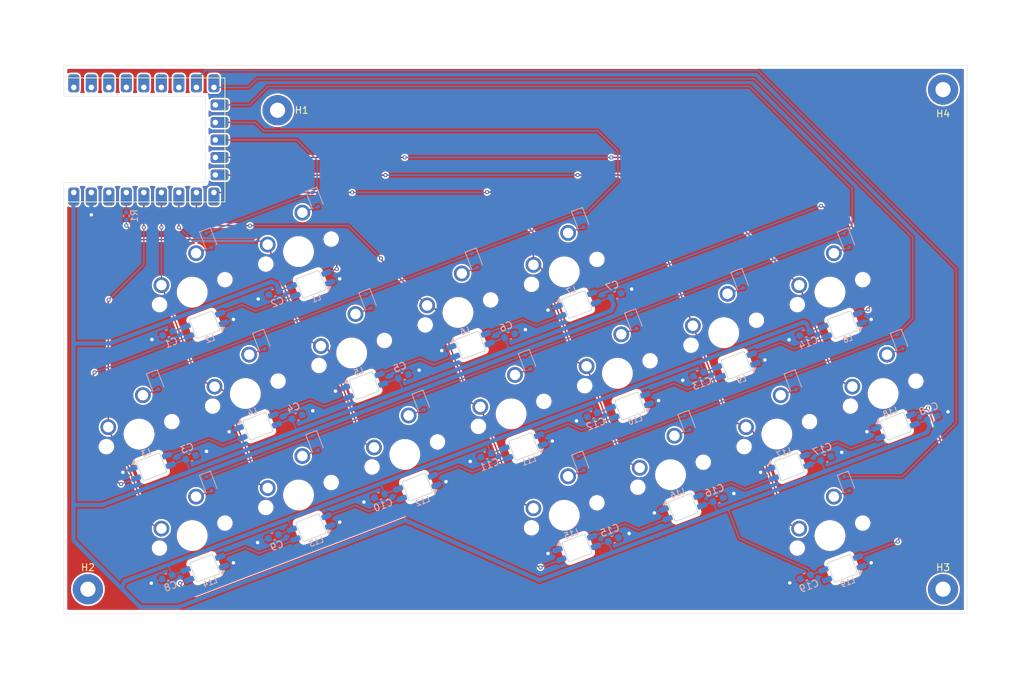
<source format=kicad_pcb>
(kicad_pcb (version 20241229) (generator "pcbnew") (generator_version "9.0")
  (layers (0 "F.Cu" signal) (2 "B.Cu" signal) (13 "F.Paste" user) (15 "B.Paste" user) (5 "F.SilkS" user "F.Silkscreen") (7 "B.SilkS" user "B.Silkscreen") (1 "F.Mask" user) (3 "B.Mask" user) (25 "Edge.Cuts" user))
  (net 0 "")
  (net 1 "Row 0")
  (net 2 "Net-(D1-A)")
  (net 3 "Net-(D2-A)")
  (net 4 "Row 1")
  (net 5 "Net-(D3-A)")
  (net 6 "Net-(D4-A)")
  (net 7 "Net-(D5-A)")
  (net 8 "Row 2")
  (net 9 "Net-(D6-A)")
  (net 10 "Net-(D7-A)")
  (net 11 "Net-(D8-A)")
  (net 12 "Net-(D9-A)")
  (net 13 "Net-(D10-A)")
  (net 14 "Net-(D11-A)")
  (net 15 "Net-(D12-A)")
  (net 16 "Row 3")
  (net 17 "Net-(D13-A)")
  (net 18 "Net-(D14-A)")
  (net 19 "Net-(D15-A)")
  (net 20 "Net-(D16-A)")
  (net 21 "Net-(D17-A)")
  (net 22 "Net-(D18-A)")
  (net 23 "Row 4")
  (net 24 "Net-(D19-A)")
  (net 25 "5V")
  (net 26 "GND")
  (net 27 "Col 5")
  (net 28 "Col 3")
  (net 29 "Col 4")
  (net 30 "Col 6")
  (net 31 "Col 0")
  (net 32 "Col 1")
  (net 33 "Col 2")
  (net 34 "LED")
  (net 42 "Net-(L1-DOUT)")
  (net 43 "Net-(L1-DIN)")
  (net 44 "Net-(L3-DOUT)")
  (net 45 "Net-(L4-DOUT)")
  (net 46 "Net-(L5-DOUT)")
  (net 47 "Net-(L6-DOUT)")
  (net 48 "Net-(L10-DOUT)")
  (net 49 "Net-(L10-DIN)")
  (net 50 "Net-(L15-DOUT)")
  (net 51 "Net-(L16-DOUT)")
  (net 52 "Net-(L17-DOUT)")
  (net 53 "Net-(L18-DOUT)")
  (net 55 "Net-(L2-DOUT)")
  (net 56 "Net-(L7-DOUT)")
  (net 57 "Net-(L8-DOUT)")
  (net 58 "Net-(L11-DOUT)")
  (net 59 "Net-(L12-DOUT)")
  (net 60 "Net-(L13-DOUT)")
  (net 61 "Net-(L14-DOUT)")
  (footprint "PCM_marbastlib-mx:SW_MX_16" (layer "F.Cu") (at 117.535849 69.506459 20.90515745)
    (property "Reference" "MX2")
    (property "Value" "MX_SW_solder")
  )
  (footprint "MountingHole:MountingHole_2.2mm_M2_Pad" (layer "F.Cu") (at 87 118.5)
    (property "Reference" "H2")
    (property "Value" "MountingHole")
  )
  (footprint "PCM_marbastlib-mx:SW_MX_16" (layer "F.Cu") (at 125.242772 84.22537 20.90515745)
    (property "Reference" "MX5")
    (property "Value" "MX_SW_solder")
  )
  (footprint "PCM_marbastlib-mx:SW_MX_16" (layer "F.Cu") (at 194.60507 110.71941 20.90515745)
    (property "Reference" "MX19")
    (property "Value" "MX_SW_solder")
  )
  (footprint "PCM_marbastlib-mx:SW_MX_16" (layer "F.Cu") (at 156.07046 107.775628 20.90515745)
    (property "Reference" "MX15")
    (property "Value" "MX_SW_solder")
  )
  (footprint "MountingHole:MountingHole_2.2mm_M2_Pad" (layer "F.Cu") (at 211 118.500001)
    (property "Reference" "H3")
    (property "Value" "MountingHole")
  )
  (footprint "PCM_marbastlib-mx:SW_MX_16" (layer "F.Cu") (at 117.535849 104.831846 20.90515745)
    (property "Reference" "MX9")
    (property "Value" "MX_SW_solder")
  )
  (footprint "MountingHole:MountingHole_2.2mm_M2_Pad" (layer "F.Cu") (at 211 46)
    (property "Reference" "H4")
    (property "Value" "MountingHole")
  )
  (footprint "MountingHole:MountingHole_2.2mm_M2_Pad" (layer "F.Cu") (at 114.5 49)
    (property "Reference" "H1")
    (property "Value" "MountingHole")
  )
  (footprint "PCM_marbastlib-mx:SW_MX_16" (layer "F.Cu") (at 186.89815 96.000498 20.90515745)
    (property "Reference" "MX17")
    (property "Value" "MX_SW_solder")
  )
  (footprint "PCM_marbastlib-mx:SW_MX_16" (layer "F.Cu") (at 179.191226 81.281588 20.90515745)
    (property "Reference" "MX13")
    (property "Value" "MX_SW_solder")
  )
  (footprint "PCM_marbastlib-mx:SW_MX_16" (layer "F.Cu") (at 148.363538 93.056717 20.90515745)
    (property "Reference" "MX11")
    (property "Value" "MX_SW_solder")
  )
  (footprint "RP2040_Zero_Footprints:RP2040-Zero" (layer "F.Cu") (at 107.808927 63.46426 90)
    (property "Reference" "RZ1")
    (property "Value" "RP2040-Zero" (hide yes))
  )
  (footprint "PCM_marbastlib-mx:SW_MX_16" (layer "F.Cu") (at 102.122006 110.71941 20.90515745)
    (property "Reference" "MX8")
    (property "Value" "MX_SW_solder")
  )
  (footprint "PCM_marbastlib-mx:SW_MX_16" (layer "F.Cu") (at 109.828926 90.112935 20.90515745)
    (property "Reference" "MX4")
    (property "Value" "MX_SW_solder")
  )
  (footprint "PCM_marbastlib-mx:SW_MX_16" (layer "F.Cu") (at 171.484304 101.888063 20.90515745)
    (property "Reference" "MX16")
    (property "Value" "MX_SW_solder")
  )
  (footprint "PCM_marbastlib-mx:SW_MX_16" (layer "F.Cu") (at 163.777382 87.169152 20.90515745)
    (property "Reference" "MX12")
    (property "Value" "MX_SW_solder")
  )
  (footprint "PCM_marbastlib-mx:SW_MX_16" (layer "F.Cu") (at 94.415084 96.000499 20.90515745)
    (property "Reference" "MX3")
    (property "Value" "MX_SW_solder")
  )
  (footprint "PCM_marbastlib-mx:SW_MX_16" (layer "F.Cu") (at 202.311992 90.112934 20.90515745)
    (property "Reference" "MX18")
    (property "Value" "MX_SW_solder")
  )
  (footprint "PCM_marbastlib-mx:SW_MX_16" (layer "F.Cu") (at 156.070459 72.450241 20.90515745)
    (property "Reference" "MX7")
    (property "Value" "MX_SW_solder")
  )
  (footprint "PCM_marbastlib-mx:SW_MX_16" (layer "F.Cu") (at 194.60507 75.394023 20.90515745)
    (property "Reference" "MX14")
    (property "Value" "MX_SW_solder")
  )
  (footprint "PCM_marbastlib-mx:SW_MX_16" (layer "F.Cu") (at 140.656616 78.337805 20.90515745)
    (property "Reference" "MX6")
    (property "Value" "MX_SW_solder")
  )
  (footprint "PCM_marbastlib-mx:SW_MX_16" (layer "F.Cu") (at 132.949694 98.944281 20.90515745)
    (property "Reference" "MX10")
    (property "Value" "MX_SW_solder")
  )
  (footprint "PCM_marbastlib-mx:SW_MX_16" (layer "F.Cu") (at 102.122006 75.394023 20.90515745)
    (property "Reference" "MX1")
    (property "Value" "MX_SW_solder")
  )
  (footprint "Capacitor_SMD:C_0603_1608Metric" (layer "B.Cu") (at 163.561375 75.829786 -159.0948426)
    (property "Reference" "C7")
    (property "Value" "C_Small")
  )
  (footprint "Diode_SMD:D_SOD-323F" (layer "B.Cu") (at 150.779531 85.518412 -69.09484255)
    (property "Reference" "D11" (hide yes))
    (property "Value" "D_Small")
  )
  (footprint "Keebio-Parts:SK6812-MINI-E" (layer "B.Cu") (at 103.934662 80.139619 -159.0948426)
    (property "Reference" "L2")
    (property "Value" "SK6812MINI" (hide yes))
    (fp_line (start 1.8 1.3) (end 1.8 -1.3) (stroke (width 0.12)) (layer "Edge.Cuts"))
    (fp_line (start 1.6 -1.5) (end -1.6 -1.5) (stroke (width 0.12)) (layer "Edge.Cuts"))
    (fp_line (start -1.6 1.5) (end 1.6 1.5) (stroke (width 0.12)) (layer "Edge.Cuts"))
    (fp_line (start -1.8 -1.3) (end -1.8 1.3) (stroke (width 0.12)) (layer "Edge.Cuts"))
    (fp_arc (start 1.8 1.3) (mid 1.741422 1.441421) (end 1.6 1.5) (stroke (width 0.12)) (layer "Edge.Cuts"))
    (fp_arc (start 1.6 -1.5) (mid 1.741421 -1.441421) (end 1.8 -1.3) (stroke (width 0.12)) (layer "Edge.Cuts"))
    (fp_arc (start -1.600001 1.5) (mid -1.741421 1.441421) (end -1.8 1.3) (stroke (width 0.12)) (layer "Edge.Cuts"))
    (fp_arc (start -1.8 -1.3) (mid -1.741422 -1.441421) (end -1.6 -1.5) (stroke (width 0.12)) (layer "Edge.Cuts"))
  )
  (footprint "Capacitor_SMD:C_0603_1608Metric" (layer "B.Cu") (at 175.54633 87.308933 20.90515745)
    (property "Reference" "C13")
    (property "Value" "C_Small")
  )
  (footprint "Diode_SMD:D_SOD-323F" (layer "B.Cu") (at 197.021062 67.855714 -69.09484255)
    (property "Reference" "D14" (hide yes))
    (property "Value" "D_Small")
  )
  (footprint "Capacitor_SMD:C_0603_1608Metric" (layer "B.Cu") (at 98.56597 81.387427 20.9051575)
    (property "Reference" "C1")
    (property "Value" "C_Small")
  )
  (footprint "Capacitor_SMD:C_0603_1608Metric" (layer "B.Cu") (at 194.019948 99.521032 -159.0948426)
    (property "Reference" "C17")
    (property "Value" "C_Small")
  )
  (footprint "Capacitor_SMD:C_0603_1608Metric" (layer "B.Cu") (at 129.304798 104.971626 20.90515745)
    (property "Reference" "C10")
    (property "Value" "C_Small")
  )
  (footprint "Diode_SMD:D_SOD-323F" (layer "B.Cu") (at 189.314141 88.462193 -69.09484255)
    (property "Reference" "D17" (hide yes))
    (property "Value" "D_Small")
  )
  (footprint "Diode_SMD:D_SOD-323F" (layer "B.Cu") (at 173.900296 94.349755 -69.09484255)
    (property "Reference" "D16" (hide yes))
    (property "Value" "D_Small")
  )
  (footprint "Diode_SMD:D_SOD-323F" (layer "B.Cu") (at 166.193374 79.630844 -69.09484255)
    (property "Reference" "D12" (hide yes))
    (property "Value" "D_Small")
  )
  (footprint "Capacitor_SMD:C_0603_1608Metric" (layer "B.Cu") (at 144.718642 99.084062 20.90515745)
    (property "Reference" "C11")
    (property "Value" "C_Small")
  )
  (footprint "Keebio-Parts:SK6812-MINI-E" (layer "B.Cu") (at 96.227742 100.746094 20.90515745)
    (property "Reference" "L3")
    (property "Value" "SK6812MINI" (hide yes))
    (fp_line (start -1.8 -1.3) (end -1.800001 1.3) (stroke (width 0.12)) (layer "Edge.Cuts"))
    (fp_line (start -1.6 1.5) (end 1.6 1.5) (stroke (width 0.12)) (layer "Edge.Cuts"))
    (fp_line (start 1.6 -1.5) (end -1.6 -1.5) (stroke (width 0.12)) (layer "Edge.Cuts"))
    (fp_line (start 1.8 1.3) (end 1.800001 -1.3) (stroke (width 0.12)) (layer "Edge.Cuts"))
    (fp_arc (start -1.8 -1.3) (mid -1.741422 -1.441421) (end -1.6 -1.5) (stroke (width 0.12)) (layer "Edge.Cuts"))
    (fp_arc (start -1.600001 1.5) (mid -1.741421 1.441421) (end -1.800001 1.3) (stroke (width 0.12)) (layer "Edge.Cuts"))
    (fp_arc (start 1.6 -1.5) (mid 1.741421 -1.441421) (end 1.800001 -1.3) (stroke (width 0.12)) (layer "Edge.Cuts"))
    (fp_arc (start 1.8 1.3) (mid 1.741422 1.441421) (end 1.6 1.5) (stroke (width 0.12)) (layer "Edge.Cuts"))
  )
  (footprint "Diode_SMD:D_SOD-323F" (layer "B.Cu") (at 181.607218 73.743279 -69.09484255)
    (property "Reference" "D13" (hide yes))
    (property "Value" "D_Small")
  )
  (footprint "Keebio-Parts:SK6812-MINI-E" (layer "B.Cu") (at 157.883117 112.521224 20.90515745)
    (property "Reference" "L15")
    (property "Value" "SK6812MINI" (hide yes))
    (fp_line (start -1.8 -1.3) (end -1.800001 1.3) (stroke (width 0.12)) (layer "Edge.Cuts"))
    (fp_line (start -1.6 1.5) (end 1.6 1.5) (stroke (width 0.12)) (layer "Edge.Cuts"))
    (fp_line (start 1.6 -1.5) (end -1.6 -1.5) (stroke (width 0.12)) (layer "Edge.Cuts"))
    (fp_line (start 1.8 1.3) (end 1.800001 -1.3) (stroke (width 0.12)) (layer "Edge.Cuts"))
    (fp_arc (start -1.8 -1.3) (mid -1.741422 -1.441421) (end -1.6 -1.5) (stroke (width 0.12)) (layer "Edge.Cuts"))
    (fp_arc (start -1.600001 1.5) (mid -1.741421 1.441421) (end -1.800001 1.3) (stroke (width 0.12)) (layer "Edge.Cuts"))
    (fp_arc (start 1.6 -1.5) (mid 1.741421 -1.441421) (end 1.800001 -1.3) (stroke (width 0.12)) (layer "Edge.Cuts"))
    (fp_arc (start 1.8 1.3) (mid 1.741422 1.441421) (end 1.6 1.5) (stroke (width 0.12)) (layer "Edge.Cuts"))
  )
  (footprint "Capacitor_SMD:C_0603_1608Metric" (layer "B.Cu") (at 113.890955 110.859194 20.90515745)
    (property "Reference" "C9")
    (property "Value" "C_Small")
  )
  (footprint "Capacitor_SMD:C_0603_1608Metric" (layer "B.Cu") (at 117.319843 93.492479 -159.0948426)
    (property "Reference" "C4")
    (property "Value" "C_Small")
  )
  (footprint "Diode_SMD:D_SOD-323F" (layer "B.Cu") (at 158.486452 100.237319 -69.09484255)
    (property "Reference" "D15" (hide yes))
    (property "Value" "D_Small")
  )
  (footprint "Diode_SMD:D_SOD-323F" (layer "B.Cu") (at 143.072609 70.799498 -69.09484255)
    (property "Reference" "D6" (hide yes))
    (property "Value" "D_Small")
  )
  (footprint "Keebio-Parts:SK6812-MINI-E" (layer "B.Cu") (at 134.762352 103.689876 -159.0948426)
    (property "Reference" "L12")
    (property "Value" "SK6812MINI" (hide yes))
    (fp_line (start 1.8 1.3) (end 1.8 -1.3) (stroke (width 0.12)) (layer "Edge.Cuts"))
    (fp_line (start 1.6 -1.5) (end -1.6 -1.5) (stroke (width 0.12)) (layer "Edge.Cuts"))
    (fp_line (start -1.6 1.5) (end 1.6 1.5) (stroke (width 0.12)) (layer "Edge.Cuts"))
    (fp_line (start -1.8 -1.3) (end -1.8 1.3) (stroke (width 0.12)) (layer "Edge.Cuts"))
    (fp_arc (start 1.8 1.3) (mid 1.741422 1.441421) (end 1.6 1.5) (stroke (width 0.12)) (layer "Edge.Cuts"))
    (fp_arc (start 1.6 -1.5) (mid 1.741421 -1.441421) (end 1.8 -1.3) (stroke (width 0.12)) (layer "Edge.Cuts"))
    (fp_arc (start -1.600001 1.5) (mid -1.741421 1.441421) (end -1.8 1.3) (stroke (width 0.12)) (layer "Edge.Cuts"))
    (fp_arc (start -1.8 -1.3) (mid -1.741422 -1.441421) (end -1.6 -1.5) (stroke (width 0.12)) (layer "Edge.Cuts"))
  )
  (footprint "Diode_SMD:D_SOD-323F" (layer "B.Cu") (at 119.951841 97.293537 -69.09484255)
    (property "Reference" "D9" (hide yes))
    (property "Value" "D_Small")
  )
  (footprint "Capacitor_SMD:C_0603_1608Metric" (layer "B.Cu") (at 160.132486 93.196497 20.90515745)
    (property "Reference" "C12")
    (property "Value" "C_Small")
  )
  (footprint "Keebio-Parts:SK6812-MINI-E" (layer "B.Cu") (at 157.883116 77.195838 20.90515745)
    (property "Reference" "L7")
    (property "Value" "SK6812MINI" (hide yes))
    (fp_line (start -1.8 -1.3) (end -1.800001 1.3) (stroke (width 0.12)) (layer "Edge.Cuts"))
    (fp_line (start -1.6 1.5) (end 1.6 1.5) (stroke (width 0.12)) (layer "Edge.Cuts"))
    (fp_line (start 1.6 -1.5) (end -1.6 -1.5) (stroke (width 0.12)) (layer "Edge.Cuts"))
    (fp_line (start 1.8 1.3) (end 1.800001 -1.3) (stroke (width 0.12)) (layer "Edge.Cuts"))
    (fp_arc (start -1.8 -1.3) (mid -1.741422 -1.441421) (end -1.6 -1.5) (stroke (width 0.12)) (layer "Edge.Cuts"))
    (fp_arc (start -1.600001 1.5) (mid -1.741421 1.441421) (end -1.800001 1.3) (stroke (width 0.12)) (layer "Edge.Cuts"))
    (fp_arc (start 1.6 -1.5) (mid 1.741421 -1.441421) (end 1.800001 -1.3) (stroke (width 0.12)) (layer "Edge.Cuts"))
    (fp_arc (start 1.8 1.3) (mid 1.741422 1.441421) (end 1.6 1.5) (stroke (width 0.12)) (layer "Edge.Cuts"))
  )
  (footprint "Keebio-Parts:SK6812-MINI-E" (layer "B.Cu") (at 204.124648 94.85853 20.90515745)
    (property "Reference" "L18")
    (property "Value" "SK6812MINI" (hide yes))
    (fp_line (start -1.8 -1.3) (end -1.800001 1.3) (stroke (width 0.12)) (layer "Edge.Cuts"))
    (fp_line (start -1.6 1.5) (end 1.6 1.5) (stroke (width 0.12)) (layer "Edge.Cuts"))
    (fp_line (start 1.6 -1.5) (end -1.6 -1.5) (stroke (width 0.12)) (layer "Edge.Cuts"))
    (fp_line (start 1.8 1.3) (end 1.800001 -1.3) (stroke (width 0.12)) (layer "Edge.Cuts"))
    (fp_arc (start -1.8 -1.3) (mid -1.741422 -1.441421) (end -1.6 -1.5) (stroke (width 0.12)) (layer "Edge.Cuts"))
    (fp_arc (start -1.600001 1.5) (mid -1.741421 1.441421) (end -1.800001 1.3) (stroke (width 0.12)) (layer "Edge.Cuts"))
    (fp_arc (start 1.6 -1.5) (mid 1.741421 -1.441421) (end 1.800001 -1.3) (stroke (width 0.12)) (layer "Edge.Cuts"))
    (fp_arc (start 1.8 1.3) (mid 1.741422 1.441421) (end 1.6 1.5) (stroke (width 0.12)) (layer "Edge.Cuts"))
  )
  (footprint "Diode_SMD:D_SOD-323F" (layer "B.Cu") (at 96.831076 88.462191 -69.09484255)
    (property "Reference" "D3" (hide yes))
    (property "Value" "D_Small")
  )
  (footprint "Capacitor_SMD:C_0603_1608Metric" (layer "B.Cu") (at 101.905999 99.380042 -159.0948426)
    (property "Reference" "C3")
    (property "Value" "C_Small")
  )
  (footprint "Keebio-Parts:SK6812-MINI-E" (layer "B.Cu") (at 181.003882 86.027183 -159.0948426)
    (property "Reference" "L9")
    (property "Value" "SK6812MINI" (hide yes))
    (fp_line (start 1.8 1.3) (end 1.8 -1.3) (stroke (width 0.12)) (layer "Edge.Cuts"))
    (fp_line (start 1.6 -1.5) (end -1.6 -1.5) (stroke (width 0.12)) (layer "Edge.Cuts"))
    (fp_line (start -1.6 1.5) (end 1.6 1.5) (stroke (width 0.12)) (layer "Edge.Cuts"))
    (fp_line (start -1.8 -1.3) (end -1.8 1.3) (stroke (width 0.12)) (layer "Edge.Cuts"))
    (fp_arc (start 1.8 1.3) (mid 1.741422 1.441421) (end 1.6 1.5) (stroke (width 0.12)) (layer "Edge.Cuts"))
    (fp_arc (start 1.6 -1.5) (mid 1.741421 -1.441421) (end 1.8 -1.3) (stroke (width 0.12)) (layer "Edge.Cuts"))
    (fp_arc (start -1.600001 1.5) (mid -1.741421 1.441421) (end -1.8 1.3) (stroke (width 0.12)) (layer "Edge.Cuts"))
    (fp_arc (start -1.8 -1.3) (mid -1.741422 -1.441421) (end -1.6 -1.5) (stroke (width 0.12)) (layer "Edge.Cuts"))
  )
  (footprint "Keebio-Parts:SK6812-MINI-E" (layer "B.Cu") (at 142.469272 83.083401 20.90515745)
    (property "Reference" "L6")
    (property "Value" "SK6812MINI" (hide yes))
    (fp_line (start -1.8 -1.3) (end -1.800001 1.3) (stroke (width 0.12)) (layer "Edge.Cuts"))
    (fp_line (start -1.6 1.5) (end 1.6 1.5) (stroke (width 0.12)) (layer "Edge.Cuts"))
    (fp_line (start 1.6 -1.5) (end -1.6 -1.5) (stroke (width 0.12)) (layer "Edge.Cuts"))
    (fp_line (start 1.8 1.3) (end 1.800001 -1.3) (stroke (width 0.12)) (layer "Edge.Cuts"))
    (fp_arc (start -1.8 -1.3) (mid -1.741422 -1.441421) (end -1.6 -1.5) (stroke (width 0.12)) (layer "Edge.Cuts"))
    (fp_arc (start -1.600001 1.5) (mid -1.741421 1.441421) (end -1.800001 1.3) (stroke (width 0.12)) (layer "Edge.Cuts"))
    (fp_arc (start 1.6 -1.5) (mid 1.741421 -1.441421) (end 1.800001 -1.3) (stroke (width 0.12)) (layer "Edge.Cuts"))
    (fp_arc (start 1.8 1.3) (mid 1.741422 1.441421) (end 1.6 1.5) (stroke (width 0.12)) (layer "Edge.Cuts"))
  )
  (footprint "Keebio-Parts:SK6812-MINI-E" (layer "B.Cu") (at 196.417727 80.139617 -159.0948426)
    (property "Reference" "L8")
    (property "Value" "SK6812MINI" (hide yes))
    (fp_line (start 1.8 1.3) (end 1.8 -1.3) (stroke (width 0.12)) (layer "Edge.Cuts"))
    (fp_line (start 1.6 -1.5) (end -1.6 -1.5) (stroke (width 0.12)) (layer "Edge.Cuts"))
    (fp_line (start -1.6 1.5) (end 1.6 1.5) (stroke (width 0.12)) (layer "Edge.Cuts"))
    (fp_line (start -1.8 -1.3) (end -1.8 1.3) (stroke (width 0.12)) (layer "Edge.Cuts"))
    (fp_arc (start 1.8 1.3) (mid 1.741422 1.441421) (end 1.6 1.5) (stroke (width 0.12)) (layer "Edge.Cuts"))
    (fp_arc (start 1.6 -1.5) (mid 1.741421 -1.441421) (end 1.8 -1.3) (stroke (width 0.12)) (layer "Edge.Cuts"))
    (fp_arc (start -1.600001 1.5) (mid -1.741421 1.441421) (end -1.8 1.3) (stroke (width 0.12)) (layer "Edge.Cuts"))
    (fp_arc (start -1.8 -1.3) (mid -1.741422 -1.441421) (end -1.6 -1.5) (stroke (width 0.12)) (layer "Edge.Cuts"))
  )
  (footprint "Diode_SMD:D_SOD-323F" (layer "B.Cu") (at 204.727984 82.574626 -69.09484255)
    (property "Reference" "D18" (hide yes))
    (property "Value" "D_Small")
  )
  (footprint "Keebio-Parts:SK6812-MINI-E" (layer "B.Cu") (at 127.055427 88.970967 20.90515745)
    (property "Reference" "L5")
    (property "Value" "SK6812MINI" (hide yes))
    (fp_line (start -1.8 -1.3) (end -1.800001 1.3) (stroke (width 0.12)) (layer "Edge.Cuts"))
    (fp_line (start -1.6 1.5) (end 1.6 1.5) (stroke (width 0.12)) (layer "Edge.Cuts"))
    (fp_line (start 1.6 -1.5) (end -1.6 -1.5) (stroke (width 0.12)) (layer "Edge.Cuts"))
    (fp_line (start 1.8 1.3) (end 1.800001 -1.3) (stroke (width 0.12)) (layer "Edge.Cuts"))
    (fp_arc (start -1.8 -1.3) (mid -1.741422 -1.441421) (end -1.6 -1.5) (stroke (width 0.12)) (layer "Edge.Cuts"))
    (fp_arc (start -1.600001 1.5) (mid -1.741421 1.441421) (end -1.800001 1.3) (stroke (width 0.12)) (layer "Edge.Cuts"))
    (fp_arc (start 1.6 -1.5) (mid 1.741421 -1.441421) (end 1.800001 -1.3) (stroke (width 0.12)) (layer "Edge.Cuts"))
    (fp_arc (start 1.8 1.3) (mid 1.741422 1.441421) (end 1.6 1.5) (stroke (width 0.12)) (layer "Edge.Cuts"))
  )
  (footprint "Keebio-Parts:SK6812-MINI-E" (layer "B.Cu") (at 119.348505 74.252057 -159.0948426)
    (property "Reference" "L1")
    (property "Value" "SK6812MINI" (hide yes))
    (fp_line (start 1.8 1.3) (end 1.8 -1.3) (stroke (width 0.12)) (layer "Edge.Cuts"))
    (fp_line (start 1.6 -1.5) (end -1.6 -1.5) (stroke (width 0.12)) (layer "Edge.Cuts"))
    (fp_line (start -1.6 1.5) (end 1.6 1.5) (stroke (width 0.12)) (layer "Edge.Cuts"))
    (fp_line (start -1.8 -1.3) (end -1.8 1.3) (stroke (width 0.12)) (layer "Edge.Cuts"))
    (fp_arc (start 1.8 1.3) (mid 1.741422 1.441421) (end 1.6 1.5) (stroke (width 0.12)) (layer "Edge.Cuts"))
    (fp_arc (start 1.6 -1.5) (mid 1.741421 -1.441421) (end 1.8 -1.3) (stroke (width 0.12)) (layer "Edge.Cuts"))
    (fp_arc (start -1.600001 1.5) (mid -1.741421 1.441421) (end -1.8 1.3) (stroke (width 0.12)) (layer "Edge.Cuts"))
    (fp_arc (start -1.8 -1.3) (mid -1.741422 -1.441421) (end -1.6 -1.5) (stroke (width 0.12)) (layer "Edge.Cuts"))
  )
  (footprint "Diode_SMD:D_SOD-323F" (layer "B.Cu") (at 112.244921 82.574626 -69.09484255)
    (property "Reference" "D4" (hide yes))
    (property "Value" "D_Small")
  )
  (footprint "Diode_SMD:D_SOD-323F" (layer "B.Cu") (at 197.021062 103.181101 -69.09484255)
    (property "Reference" "D19" (hide yes))
    (property "Value" "D_Small")
  )
  (footprint "Keebio-Parts:SK6812-MINI-E" (layer "B.Cu") (at 119.348509 109.577443 -159.0948426)
    (property "Reference" "L13")
    (property "Value" "SK6812MINI" (hide yes))
    (fp_line (start 1.8 1.3) (end 1.8 -1.3) (stroke (width 0.12)) (layer "Edge.Cuts"))
    (fp_line (start 1.6 -1.5) (end -1.6 -1.5) (stroke (width 0.12)) (layer "Edge.Cuts"))
    (fp_line (start -1.6 1.5) (end 1.6 1.5) (stroke (width 0.12)) (layer "Edge.Cuts"))
    (fp_line (start -1.8 -1.3) (end -1.8 1.3) (stroke (width 0.12)) (layer "Edge.Cuts"))
    (fp_arc (start 1.8 1.3) (mid 1.741422 1.441421) (end 1.6 1.5) (stroke (width 0.12)) (layer "Edge.Cuts"))
    (fp_arc (start 1.6 -1.5) (mid 1.741421 -1.441421) (end 1.8 -1.3) (stroke (width 0.12)) (layer "Edge.Cuts"))
    (fp_arc (start -1.600001 1.5) (mid -1.741421 1.441421) (end -1.8 1.3) (stroke (width 0.12)) (layer "Edge.Cuts"))
    (fp_arc (start -1.8 -1.3) (mid -1.741422 -1.441421) (end -1.6 -1.5) (stroke (width 0.12)) (layer "Edge.Cuts"))
  )
  (footprint "Diode_SMD:D_SOD-323F" (layer "B.Cu") (at 158.486452 64.911932 -69.09484255)
    (property "Reference" "D7" (hide yes))
    (property "Value" "D_Small")
  )
  (footprint "Capacitor_SMD:C_0603_1608Metric" (layer "B.Cu") (at 163.192263 111.29616 -159.0948426)
    (property "Reference" "C15")
    (property "Value" "C_Small")
  )
  (footprint "Keebio-Parts:SK6812-MINI-E" (layer "B.Cu") (at 173.29696 106.63366 20.90515745)
    (property "Reference" "L16")
    (property "Value" "SK6812MINI" (hide yes))
    (fp_line (start -1.8 -1.3) (end -1.800001 1.3) (stroke (width 0.12)) (layer "Edge.Cuts"))
    (fp_line (start -1.6 1.5) (end 1.6 1.5) (stroke (width 0.12)) (layer "Edge.Cuts"))
    (fp_line (start 1.6 -1.5) (end -1.6 -1.5) (stroke (width 0.12)) (layer "Edge.Cuts"))
    (fp_line (start 1.8 1.3) (end 1.800001 -1.3) (stroke (width 0.12)) (layer "Edge.Cuts"))
    (fp_arc (start -1.8 -1.3) (mid -1.741422 -1.441421) (end -1.6 -1.5) (stroke (width 0.12)) (layer "Edge.Cuts"))
    (fp_arc (start -1.600001 1.5) (mid -1.741421 1.441421) (end -1.800001 1.3) (stroke (width 0.12)) (layer "Edge.Cuts"))
    (fp_arc (start 1.6 -1.5) (mid 1.741421 -1.441421) (end 1.800001 -1.3) (stroke (width 0.12)) (layer "Edge.Cuts"))
    (fp_arc (start 1.8 1.3) (mid 1.741422 1.441421) (end 1.6 1.5) (stroke (width 0.12)) (layer "Edge.Cuts"))
  )
  (footprint "Diode_SMD:D_SOD-323F" (layer "B.Cu") (at 119.951842 61.96815 -69.09484255)
    (property "Reference" "D2" (hide yes))
    (property "Value" "D_Small")
  )
  (footprint "Capacitor_SMD:C_0603_1608Metric" (layer "B.Cu") (at 209.433795 93.633466 -159.0948426)
    (property "Reference" "C18")
    (property "Value" "C_Small")
  )
  (footprint "Capacitor_SMD:C_0603_1608Metric" (layer "B.Cu") (at 190.960173 81.421367 20.90515745)
    (property "Reference" "C14")
    (property "Value" "C_Small")
  )
  (footprint "Keebio-Parts:SK6812-MINI-E" (layer "B.Cu") (at 188.710805 100.746095 20.90515745)
    (property "Reference" "L17")
    (property "Value" "SK6812MINI" (hide yes))
    (fp_line (start -1.8 -1.3) (end -1.800001 1.3) (stroke (width 0.12)) (layer "Edge.Cuts"))
    (fp_line (start -1.6 1.5) (end 1.6 1.5) (stroke (width 0.12)) (layer "Edge.Cuts"))
    (fp_line (start 1.6 -1.5) (end -1.6 -1.5) (stroke (width 0.12)) (layer "Edge.Cuts"))
    (fp_line (start 1.8 1.3) (end 1.800001 -1.3) (stroke (width 0.12)) (layer "Edge.Cuts"))
    (fp_arc (start -1.8 -1.3) (mid -1.741422 -1.441421) (end -1.6 -1.5) (stroke (width 0.12)) (layer "Edge.Cuts"))
    (fp_arc (start -1.600001 1.5) (mid -1.741421 1.441421) (end -1.800001 1.3) (stroke (width 0.12)) (layer "Edge.Cuts"))
    (fp_arc (start 1.6 -1.5) (mid 1.741421 -1.441421) (end 1.800001 -1.3) (stroke (width 0.12)) (layer "Edge.Cuts"))
    (fp_arc (start 1.8 1.3) (mid 1.741422 1.441421) (end 1.6 1.5) (stroke (width 0.12)) (layer "Edge.Cuts"))
  )
  (footprint "Keebio-Parts:SK6812-MINI-E" (layer "B.Cu") (at 103.934664 115.465005 -159.0948426)
    (property "Reference" "L14")
    (property "Value" "SK6812MINI" (hide yes))
    (fp_line (start 1.8 1.3) (end 1.8 -1.3) (stroke (width 0.12)) (layer "Edge.Cuts"))
    (fp_line (start 1.6 -1.5) (end -1.6 -1.5) (stroke (width 0.12)) (layer "Edge.Cuts"))
    (fp_line (start -1.6 1.5) (end 1.6 1.5) (stroke (width 0.12)) (layer "Edge.Cuts"))
    (fp_line (start -1.8 -1.3) (end -1.8 1.3) (stroke (width 0.12)) (layer "Edge.Cuts"))
    (fp_arc (start 1.8 1.3) (mid 1.741422 1.441421) (end 1.6 1.5) (stroke (width 0.12)) (layer "Edge.Cuts"))
    (fp_arc (start 1.6 -1.5) (mid 1.741421 -1.441421) (end 1.8 -1.3) (stroke (width 0.12)) (layer "Edge.Cuts"))
    (fp_arc (start -1.600001 1.5) (mid -1.741421 1.441421) (end -1.8 1.3) (stroke (width 0.12)) (layer "Edge.Cuts"))
    (fp_arc (start -1.8 -1.3) (mid -1.741422 -1.441421) (end -1.6 -1.5) (stroke (width 0.12)) (layer "Edge.Cuts"))
  )
  (footprint "Diode_SMD:D_SOD-323F" (layer "B.Cu") (at 104.537998 103.181102 -69.09484255)
    (property "Reference" "D8" (hide yes))
    (property "Value" "D_Small")
  )
  (footprint "Capacitor_SMD:C_0603_1608Metric" (layer "B.Cu") (at 98.47711 116.746755 20.90515745)
    (property "Reference" "C8")
    (property "Value" "C_Small")
  )
  (footprint "Resistor_SMD:R_0402_1005Metric" (layer "B.Cu") (at 92.568927 64.33426 90)
    (property "Reference" "R1")
    (property "Value" "220R")
  )
  (footprint "Capacitor_SMD:C_0603_1608Metric" (layer "B.Cu") (at 113.979813 75.499865 20.90515745)
    (property "Reference" "C2")
    (property "Value" "C_Small")
  )
  (footprint "Keebio-Parts:SK6812-MINI-E" (layer "B.Cu") (at 165.590038 91.914748 -159.0948426)
    (property "Reference" "L10")
    (property "Value" "SK6812MINI" (hide yes))
    (fp_line (start 1.8 1.3) (end 1.8 -1.3) (stroke (width 0.12)) (layer "Edge.Cuts"))
    (fp_line (start 1.6 -1.5) (end -1.6 -1.5) (stroke (width 0.12)) (layer "Edge.Cuts"))
    (fp_line (start -1.6 1.5) (end 1.6 1.5) (stroke (width 0.12)) (layer "Edge.Cuts"))
    (fp_line (start -1.8 -1.3) (end -1.8 1.3) (stroke (width 0.12)) (layer "Edge.Cuts"))
    (fp_arc (start 1.8 1.3) (mid 1.741422 1.441421) (end 1.6 1.5) (stroke (width 0.12)) (layer "Edge.Cuts"))
    (fp_arc (start 1.6 -1.5) (mid 1.741421 -1.441421) (end 1.8 -1.3) (stroke (width 0.12)) (layer "Edge.Cuts"))
    (fp_arc (start -1.600001 1.5) (mid -1.741421 1.441421) (end -1.8 1.3) (stroke (width 0.12)) (layer "Edge.Cuts"))
    (fp_arc (start -1.8 -1.3) (mid -1.741422 -1.441421) (end -1.6 -1.5) (stroke (width 0.12)) (layer "Edge.Cuts"))
  )
  (footprint "Capacitor_SMD:C_0603_1608Metric" (layer "B.Cu") (at 178.372564 105.497801 -159.0948426)
    (property "Reference" "C16")
    (property "Value" "C_Small")
  )
  (footprint "Keebio-Parts:SK6812-MINI-E" (layer "B.Cu") (at 111.641584 94.858531 20.90515745)
    (property "Reference" "L4")
    (property "Value" "SK6812MINI" (hide yes))
    (fp_line (start -1.8 -1.3) (end -1.800001 1.3) (stroke (width 0.12)) (layer "Edge.Cuts"))
    (fp_line (start -1.6 1.5) (end 1.6 1.5) (stroke (width 0.12)) (layer "Edge.Cuts"))
    (fp_line (start 1.6 -1.5) (end -1.6 -1.5) (stroke (width 0.12)) (layer "Edge.Cuts"))
    (fp_line (start 1.8 1.3) (end 1.800001 -1.3) (stroke (width 0.12)) (layer "Edge.Cuts"))
    (fp_arc (start -1.8 -1.3) (mid -1.741422 -1.441421) (end -1.6 -1.5) (stroke (width 0.12)) (layer "Edge.Cuts"))
    (fp_arc (start -1.600001 1.5) (mid -1.741421 1.441421) (end -1.800001 1.3) (stroke (width 0.12)) (layer "Edge.Cuts"))
    (fp_arc (start 1.6 -1.5) (mid 1.741421 -1.441421) (end 1.800001 -1.3) (stroke (width 0.12)) (layer "Edge.Cuts"))
    (fp_arc (start 1.8 1.3) (mid 1.741422 1.441421) (end 1.6 1.5) (stroke (width 0.12)) (layer "Edge.Cuts"))
  )
  (footprint "Keebio-Parts:SK6812-MINI-E" (layer "B.Cu") (at 196.417728 115.465005 -159.0948426)
    (property "Reference" "L19")
    (property "Value" "SK6812MINI" (hide yes))
    (fp_line (start 1.8 1.3) (end 1.8 -1.3) (stroke (width 0.12)) (layer "Edge.Cuts"))
    (fp_line (start 1.6 -1.5) (end -1.6 -1.5) (stroke (width 0.12)) (layer "Edge.Cuts"))
    (fp_line (start -1.6 1.5) (end 1.6 1.5) (stroke (width 0.12)) (layer "Edge.Cuts"))
    (fp_line (start -1.8 -1.3) (end -1.8 1.3) (stroke (width 0.12)) (layer "Edge.Cuts"))
    (fp_arc (start 1.8 1.3) (mid 1.741422 1.441421) (end 1.6 1.5) (stroke (width 0.12)) (layer "Edge.Cuts"))
    (fp_arc (start 1.6 -1.5) (mid 1.741421 -1.441421) (end 1.8 -1.3) (stroke (width 0.12)) (layer "Edge.Cuts"))
    (fp_arc (start -1.600001 1.5) (mid -1.741421 1.441421) (end -1.8 1.3) (stroke (width 0.12)) (layer "Edge.Cuts"))
    (fp_arc (start -1.8 -1.3) (mid -1.741422 -1.441421) (end -1.6 -1.5) (stroke (width 0.12)) (layer "Edge.Cuts"))
  )
  (footprint "Diode_SMD:D_SOD-323F" (layer "B.Cu") (at 104.537998 67.855715 -69.09484255)
    (property "Reference" "D1" (hide yes))
    (property "Value" "D_Small")
  )
  (footprint "Keebio-Parts:SK6812-MINI-E" (layer "B.Cu") (at 150.176194 97.802312 -159.0948426)
    (property "Reference" "L11")
    (property "Value" "SK6812MINI" (hide yes))
    (fp_line (start 1.8 1.3) (end 1.8 -1.3) (stroke (width 0.12)) (layer "Edge.Cuts"))
    (fp_line (start 1.6 -1.5) (end -1.6 -1.5) (stroke (width 0.12)) (layer "Edge.Cuts"))
    (fp_line (start -1.6 1.5) (end 1.6 1.5) (stroke (width 0.12)) (layer "Edge.Cuts"))
    (fp_line (start -1.8 -1.3) (end -1.8 1.3) (stroke (width 0.12)) (layer "Edge.Cuts"))
    (fp_arc (start 1.8 1.3) (mid 1.741422 1.441421) (end 1.6 1.5) (stroke (width 0.12)) (layer "Edge.Cuts"))
    (fp_arc (start 1.6 -1.5) (mid 1.741421 -1.441421) (end 1.8 -1.3) (stroke (width 0.12)) (layer "Edge.Cuts"))
    (fp_arc (start -1.600001 1.5) (mid -1.741421 1.441421) (end -1.8 1.3) (stroke (width 0.12)) (layer "Edge.Cuts"))
    (fp_arc (start -1.8 -1.3) (mid -1.741422 -1.441421) (end -1.6 -1.5) (stroke (width 0.12)) (layer "Edge.Cuts"))
  )
  (footprint "Diode_SMD:D_SOD-323F" (layer "B.Cu") (at 135.365686 91.405973 -69.09484255)
    (property "Reference" "D10" (hide yes))
    (property "Value" "D_Small")
  )
  (footprint "Capacitor_SMD:C_0603_1608Metric" (layer "B.Cu") (at 191.058148 116.709332 20.90515745)
    (property "Reference" "C19")
    (property "Value" "C_Small")
  )
  (footprint "Capacitor_SMD:C_0603_1608Metric" (layer "B.Cu") (at 132.733687 87.604914 -159.0948426)
    (property "Reference" "C5")
    (property "Value" "C_Small")
  )
  (footprint "Diode_SMD:D_SOD-323F" (layer "B.Cu") (at 127.658764 76.687061 -69.09484255)
    (property "Reference" "D5" (hide yes))
    (property "Value" "D_Small")
  )
  (footprint "Capacitor_SMD:C_0603_1608Metric" (layer "B.Cu") (at 148.147531 81.717349 -159.0948426)
    (property "Reference" "C6")
    (property "Value" "C_Small")
  )
  (gr_line (start 83.5 42.5) (end 214.5 42.500001) (stroke (width 0.05)) (layer "Edge.Cuts"))
  (gr_line (start 83.5 42.5) (end 83.5 47) (stroke (width 0.05)) (layer "Edge.Cuts"))
  (gr_line (start 83.5 122) (end 214.5 122) (stroke (width 0.05)) (layer "Edge.Cuts"))
  (gr_line (start 83.5 47) (end 104 47) (stroke (width 0.05)) (layer "Edge.Cuts"))
  (gr_line (start 104 59.5) (end 83.5 59.5) (stroke (width 0.05)) (layer "Edge.Cuts"))
  (gr_line (start 83.5 59.5) (end 83.5 122) (stroke (width 0.05)) (layer "Edge.Cuts"))
  (gr_line (start 214.5 42.500001) (end 214.5 122) (stroke (width 0.05)) (layer "Edge.Cuts"))
  (gr_line (start 104 47) (end 104 59.5) (stroke (width 0.05)) (layer "Edge.Cuts"))
  (segment (start 102.728927 44.534073) (end 102.728927 45.262114) (width 0.2) (layer "B.Cu") (net 1))
  (segment (start 212.91 72.002) (end 184.127 43.219) (width 0.2) (layer "B.Cu") (net 1))
  (segment (start 102.728927 45.262114) (end 102.728926 45.684261) (width 0.2) (layer "B.Cu") (net 1))
  (segment (start 102.728927 45.262114) (end 102.728927 45.68426) (width 0.2) (layer "B.Cu") (net 1))
  (segment (start 212.91 94.382) (end 212.91 72.002) (width 0.2) (layer "B.Cu") (net 1))
  (segment (start 104.044 43.219) (end 102.728927 44.534073) (width 0.2) (layer "B.Cu") (net 1))
  (segment (start 184.127 43.219) (end 104.044 43.219) (width 0.2) (layer "B.Cu") (net 1))
  (segment (start 196.628558 102.153511) (end 205.138489 102.153511) (width 0.2) (layer "B.Cu") (net 1))
  (segment (start 205.138489 102.153511) (end 212.91 94.382) (width 0.2) (layer "B.Cu") (net 1))
  (segment (start 102.682149 69.742099) (end 104.930502 68.883304) (width 0.2) (layer "B.Cu") (net 2))
  (segment (start 120.344344 62.995744) (end 120.344346 62.99574) (width 0.2) (layer "B.Cu") (net 3))
  (segment (start 118.095994 63.854537) (end 120.344344 62.995744) (width 0.2) (layer "B.Cu") (net 3))
  (segment (start 158.093948 99.20973) (end 204.335479 81.547036) (width 0.2) (layer "B.Cu") (net 4))
  (segment (start 183.613 44.444) (end 111.55 44.443999) (width 0.2) (layer "B.Cu") (net 4))
  (segment (start 204.35459 81.504304) (end 204.335479 81.547036) (width 0.2) (layer "B.Cu") (net 4))
  (segment (start 111.55 44.443999) (end 110.30974 45.68426) (width 0.2) (layer "B.Cu") (net 4))
  (segment (start 110.30974 45.68426) (end 105.268927 45.68426) (width 0.2) (layer "B.Cu") (net 4))
  (segment (start 206.596 67.427) (end 183.613 44.444) (width 0.2) (layer "B.Cu") (net 4))
  (segment (start 204.33548 81.547036) (end 206.596 79.286516) (width 0.2) (layer "B.Cu") (net 4))
  (segment (start 206.596 79.286516) (end 206.596 67.427) (width 0.2) (layer "B.Cu") (net 4))
  (segment (start 94.975227 90.348576) (end 97.223581 89.489781) (width 0.2) (layer "B.Cu") (net 5))
  (segment (start 110.389071 84.46101) (end 112.637425 83.602215) (width 0.2) (layer "B.Cu") (net 6))
  (segment (start 128.051267 77.714652) (end 128.051268 77.714651) (width 0.2) (layer "B.Cu") (net 7))
  (segment (start 125.802914 78.573447) (end 128.051267 77.714652) (width 0.2) (layer "B.Cu") (net 7))
  (segment (start 182.982 45.550001) (end 113.126 45.55) (width 0.2) (layer "B.Cu") (net 8))
  (segment (start 196.628558 66.828124) (end 197.821 65.635682) (width 0.2) (layer "B.Cu") (net 8))
  (segment (start 113.126 45.55) (end 110.451739 48.22426) (width 0.2) (layer "B.Cu") (net 8))
  (segment (start 110.451739 48.22426) (end 105.478927 48.22426) (width 0.2) (layer "B.Cu") (net 8))
  (segment (start 197.821 65.635682) (end 197.821 60.389) (width 0.2) (layer "B.Cu") (net 8))
  (segment (start 104.145494 102.153512) (end 196.628558 66.828125) (width 0.2) (layer "B.Cu") (net 8))
  (segment (start 197.821 60.389) (end 182.982 45.550001) (width 0.2) (layer "B.Cu") (net 8))
  (segment (start 141.216759 72.685881) (end 143.465113 71.827086) (width 0.2) (layer "B.Cu") (net 9))
  (segment (start 156.630602 66.798317) (end 158.878956 65.939522) (width 0.2) (layer "B.Cu") (net 10))
  (segment (start 102.682148 105.067486) (end 104.930502 104.208691) (width 0.2) (layer "B.Cu") (net 11))
  (segment (start 118.095992 99.179923) (end 120.344346 98.321128) (width 0.2) (layer "B.Cu") (net 12))
  (segment (start 133.509836 93.292357) (end 135.75819 92.433562) (width 0.2) (layer "B.Cu") (net 13))
  (segment (start 148.923682 87.404796) (end 151.172035 86.546001) (width 0.2) (layer "B.Cu") (net 14))
  (segment (start 164.337525 81.517228) (end 166.585878 80.658433) (width 0.2) (layer "B.Cu") (net 15))
  (segment (start 159.319658 63.884342) (end 163.838 59.366) (width 0.2) (layer "B.Cu") (net 16))
  (segment (start 98.111405 86.795637) (end 98.111405 86.795635) (width 0.2) (layer "B.Cu") (net 16))
  (segment (start 163.838 59.366) (end 163.838 54.892) (width 0.2) (layer "B.Cu") (net 16))
  (segment (start 160.949 52.003) (end 112.517 52.003) (width 0.2) (layer "B.Cu") (net 16))
  (segment (start 111.27826 50.76426) (end 105.478927 50.76426) (width 0.2) (layer "B.Cu") (net 16))
  (segment (start 163.838 54.892) (end 160.949 52.003) (width 0.2) (layer "B.Cu") (net 16))
  (segment (start 96.438572 87.434602) (end 98.111405 86.795637) (width 0.2) (layer "B.Cu") (net 16))
  (segment (start 158.093948 63.884342) (end 159.319658 63.884342) (width 0.2) (layer "B.Cu") (net 16))
  (segment (start 112.517 52.003) (end 111.27826 50.76426) (width 0.2) (layer "B.Cu") (net 16))
  (segment (start 98.111405 86.795635) (end 158.394771 63.769438) (width 0.2) (layer "B.Cu") (net 16))
  (segment (start 181.99972 74.770874) (end 181.999722 74.770869) (width 0.2) (layer "B.Cu") (net 17))
  (segment (start 179.751369 75.629667) (end 181.99972 74.770874) (width 0.2) (layer "B.Cu") (net 17))
  (segment (start 195.165213 69.742099) (end 197.413567 68.883304) (width 0.2) (layer "B.Cu") (net 18))
  (segment (start 156.630603 102.123705) (end 158.878955 101.264911) (width 0.2) (layer "B.Cu") (net 19))
  (segment (start 158.878955 101.264911) (end 158.878956 101.264909) (width 0.2) (layer "B.Cu") (net 19))
  (segment (start 172.044447 96.236139) (end 174.2928 95.377344) (width 0.2) (layer "B.Cu") (net 20))
  (segment (start 187.458291 90.348577) (end 189.706645 89.489783) (width 0.2) (layer "B.Cu") (net 21))
  (segment (start 202.872135 84.46101) (end 205.120488 83.602215) (width 0.2) (layer "B.Cu") (net 22))
  (segment (start 117.30026 53.30426) (end 105.478927 53.30426) (width 0.2) (layer "B.Cu") (net 23))
  (segment (start 119.559338 60.94056) (end 120.228 60.271898) (width 0.2) (layer "B.Cu") (net 23))
  (segment (start 120.228 56.232) (end 117.30026 53.30426) (width 0.2) (layer "B.Cu") (net 23))
  (segment (start 120.228 60.271898) (end 120.228 56.232) (width 0.2) (layer "B.Cu") (net 23))
  (segment (start 104.145493 66.828125) (end 104.164604 66.785393) (width 0.2) (layer "B.Cu") (net 23))
  (segment (start 104.164604 66.785393) (end 119.578448 60.897829) (width 0.2) (layer "B.Cu") (net 23))
  (segment (start 197.413566 104.208692) (end 197.413566 104.208691) (width 0.2) (layer "B.Cu") (net 24))
  (segment (start 195.165213 105.067487) (end 197.413566 104.208692) (width 0.2) (layer "B.Cu") (net 24))
  (segment (start 117.195998 95.340199) (end 117.094962 95.566123) (width 0.2) (layer "B.Cu") (net 25))
  (segment (start 176.063488 106.37979) (end 177.64858 105.774338) (width 0.2) (layer "B.Cu") (net 25))
  (segment (start 130.028781 104.695089) (end 129.500327 103.311579) (width 0.2) (layer "B.Cu") (net 25))
  (segment (start 100.092961 121.102944) (end 94.602944 121.102944) (width 0.6) (layer "B.Cu") (net 25))
  (segment (start 101.681118 101.453688) (end 117.094962 95.566123) (width 0.6) (layer "B.Cu") (net 25))
  (segment (start 162.951226 113.215406) (end 178.215602 107.384933) (width 0.6) (layer "B.Cu") (net 25))
  (segment (start 191.477334 100.492228) (end 191.477333 100.492227) (width 0.2) (layer "B.Cu") (net 25))
  (segment (start 190.816331 79.735732) (end 175.564007 85.561602) (width 0.6) (layer "B.Cu") (net 25))
  (segment (start 129.500327 103.311579) (end 129.313133 103.227863) (width 0.2) (layer "B.Cu") (net 25))
  (segment (start 114.408112 94.604661) (end 116.595859 93.769016) (width 0.2) (layer "B.Cu") (net 25))
  (segment (start 115.861051 108.366101) (end 92.312244 117.360945) (width 0.6) (layer "B.Cu") (net 25))
  (segment (start 89.069791 106.270786) (end 101.681118 101.453688) (width 0.6) (layer "B.Cu") (net 25))
  (segment (start 148.023686 83.56507) (end 147.92265 83.790994) (width 0.2) (layer "B.Cu") (net 25))
  (segment (start 152.497837 117.208245) (end 133.054301 108.512832) (width 0.6) (layer "B.Cu") (net 25))
  (segment (start 84.9 60.973187) (end 84.948927 60.92426) (width 0.6) (layer "B.Cu") (net 25))
  (segment (start 84.900786 106.270786) (end 89.069791 106.270786) (width 0.6) (layer "B.Cu") (net 25))
  (segment (start 191.782132 116.432795) (end 191.475942 115.631182) (width 0.2) (layer "B.Cu") (net 25))
  (segment (start 129.821955 88.717097) (end 132.009703 87.881451) (width 0.2) (layer "B.Cu") (net 25))
  (segment (start 179.87999 107.006105) (end 179.570152 106.867541) (width 0.2) (layer "B.Cu") (net 25))
  (segment (start 208.641596 95.763238) (end 209.060175 94.827267) (width 0.6) (layer "B.Cu") (net 25))
  (segment (start 133.054301 108.512832) (end 100.092961 121.102944) (width 0.6) (layer "B.Cu") (net 25))
  (segment (start 206.891175 94.60466) (end 208.709811 93.910003) (width 0.2) (layer "B.Cu") (net 25))
  (segment (start 178.215602 107.384933) (end 179.570152 106.867541) (width 0.6) (layer "B.Cu") (net 25))
  (segment (start 116.055544 108.453081) (end 115.861051 108.366101) (width 0.2) (layer "B.Cu") (net 25))
  (segment (start 163.259119 77.21042) (end 162.837392 76.106323) (width 0.6) (layer "B.Cu") (net 25))
  (segment (start 129.313133 103.227863) (end 115.861051 108.366101) (width 0.6) (layer "B.Cu") (net 25))
  (segment (start 116.595859 93.769016) (end 117.195998 95.340199) (width 0.2) (layer "B.Cu") (net 25))
  (segment (start 191.684157 81.14483) (end 191.21383 79.913499) (width 0.6) (layer "B.Cu") (net 25))
  (segment (start 131.995824 103.943746) (end 130.028781 104.695089) (width 0.2) (layer "B.Cu") (net 25))
  (segment (start 147.409666 98.056182) (end 145.442625 98.807525) (width 0.2) (layer "B.Cu") (net 25))
  (segment (start 181.464281 111.153831) (end 179.87999 107.006105) (width 0.2) (layer "B.Cu") (net 25))
  (segment (start 178.237354 86.281053) (end 176.270313 87.032396) (width 0.2) (layer "B.Cu") (net 25))
  (segment (start 191.475942 115.631182) (end 181.464281 111.153831) (width 0.2) (layer "B.Cu") (net 25))
  (segment (start 178.241583 107.326839) (end 178.215602 107.384933) (width 0.2) (layer "B.Cu") (net 25))
  (segment (start 92.312244 117.360945) (end 91.870704 118.348258) (width 0.6) (layer "B.Cu") (net 25))
  (segment (start 116.581981 109.831313) (end 116.055544 108.453081) (width 0.2) (layer "B.Cu") (net 25))
  (segment (start 90.179336 82.831953) (end 84.988047 82.831953) (width 0.6) (layer "B.Cu") (net 25))
  (segment (start 99.289954 81.11089) (end 98.71258 79.599305) (width 0.2) (layer "B.Cu") (net 25))
  (segment (start 94.602944 121.102944) (end 84.9 111.4) (width 0.6) (layer "B.Cu") (net 25))
  (segment (start 99.201094 116.470218) (end 101.168136 115.718875) (width 0.2) (layer "B.Cu") (net 25))
  (segment (start 162.82351 92.168617) (end 160.856469 92.91996) (width 0.2) (layer "B.Cu") (net 25))
  (segment (start 163.029168 113.041122) (end 162.951226 113.215406) (width 0.2) (layer "B.Cu") (net 25))
  (segment (start 147.92265 83.790994) (end 162.869407 78.081841) (width 0.6) (layer "B.Cu") (net 25))
  (segment (start 193.295965 99.79757) (end 193.856854 101.265997) (width 0.2) (layer "B.Cu") (net 25))
  (segment (start 114.304832 74.178826) (end 113.627063 73.875718) (width 0.6) (layer "B.Cu") (net 25))
  (segment (start 144.736319 97.336731) (end 129.313133 103.227863) (width 0.6) (layer "B.Cu") (net 25))
  (segment (start 98.994269 100.492224) (end 101.018535 99.719023) (width 0.2) (layer "B.Cu") (net 25))
  (segment (start 162.869407 78.081841) (end 163.259119 77.21042) (width 0.6) (layer "B.Cu") (net 25))
  (segment (start 147.423547 81.993886) (end 148.023686 83.56507) (width 0.2) (layer "B.Cu") (net 25))
  (segment (start 193.132484 99.860013) (end 193.132488 99.860015) (width 0.2) (layer "B.Cu") (net 25))
  (segment (start 179.570152 106.867541) (end 193.778913 101.440277) (width 0.6) (layer "B.Cu") (net 25))
  (segment (start 113.627063 73.875718) (end 90.179336 82.831953) (width 0.6) (layer "B.Cu") (net 25))
  (segment (start 193.778913 101.440277) (end 208.641596 95.763238) (width 0.6) (layer "B.Cu") (net 25))
  (segment (start 193.856854 101.265997) (end 193.778913 101.440277) (width 0.2) (layer "B.Cu") (net 25))
  (segment (start 132.609842 89.452635) (end 132.508806 89.678559) (width 0.2) (layer "B.Cu") (net 25))
  (segment (start 160.649645 112.267354) (end 162.46828 111.572697) (width 0.2) (layer "B.Cu") (net 25))
  (segment (start 209.060175 94.827267) (end 208.709811 93.910003) (width 0.6) (layer "B.Cu") (net 25))
  (segment (start 176.270313 87.032396) (end 175.738291 85.639544) (width 0.2) (layer "B.Cu") (net 25))
  (segment (start 145.442625 98.807525) (end 144.910603 97.414673) (width 0.2) (layer "B.Cu") (net 25))
  (segment (start 114.703796 75.223328) (end 114.304832 74.178826) (width 0.6) (layer "B.Cu") (net 25))
  (segment (start 101.182015 99.656579) (end 101.782154 101.227764) (width 0.2) (layer "B.Cu") (net 25))
  (segment (start 144.910603 97.414673) (end 144.736319 97.336731) (width 0.2) (layer "B.Cu") (net 25))
  (segment (start 160.122138 91.459871) (end 144.736319 97.336731) (width 0.6) (layer "B.Cu") (net 25))
  (segment (start 177.64858 105.774338) (end 178.241583 107.326839) (width 0.2) (layer "B.Cu") (net 25))
  (segment (start 162.951226 113.215406) (end 152.497837 117.208245) (width 0.6) (layer "B.Cu") (net 25))
  (segment (start 84.9 111.4) (end 84.9 60.973187) (width 0.6) (layer "B.Cu") (net 25))
  (segment (start 191.477333 100.492225) (end 193.295965 99.79757) (width 0.2) (layer "B.Cu") (net 25))
  (segment (start 132.009703 87.881451) (end 132.609842 89.452635) (width 0.2) (layer "B.Cu") (net 25))
  (segment (start 160.856469 92.91996) (end 160.335152 91.555133) (width 0.2) (layer "B.Cu") (net 25))
  (segment (start 191.21383 79.913499) (end 190.816331 79.735732) (width 0.6) (layer "B.Cu") (net 25))
  (segment (start 132.508806 89.678559) (end 147.92265 83.790994) (width 0.6) (layer "B.Cu") (net 25))
  (segment (start 116.581977 74.505927) (end 114.703796 75.223328) (width 0.2) (layer "B.Cu") (net 25))
  (segment (start 162.46828 111.572697) (end 163.029168 113.041122) (width 0.2) (layer "B.Cu") (net 25))
  (segment (start 101.782154 101.227764) (end 101.681118 101.453688) (width 0.2) (layer "B.Cu") (net 25))
  (segment (start 193.6512 115.718875) (end 191.945612 116.370351) (width 0.2) (layer "B.Cu") (net 25))
  (segment (start 101.168134 80.393489) (end 99.289954 81.11089) (width 0.2) (layer "B.Cu") (net 25))
  (segment (start 114.614939 110.582656) (end 116.581981 109.831313) (width 0.2) (layer "B.Cu") (net 25))
  (segment (start 99.201094 116.470218) (end 98.669071 115.077366) (width 0.2) (layer "B.Cu") (net 25))
  (segment (start 175.738291 85.639544) (end 175.564007 85.561602) (width 0.2) (layer "B.Cu") (net 25))
  (segment (start 175.564007 85.561602) (end 160.122138 91.459871) (width 0.6) (layer "B.Cu") (net 25))
  (segment (start 117.094962 95.566123) (end 132.508806 89.678559) (width 0.6) (layer "B.Cu") (net 25))
  (segment (start 98.669071 115.077366) (end 98.494787 114.999424) (width 0.2) (layer "B.Cu") (net 25))
  (segment (start 193.6512 80.393487) (end 191.847637 81.082386) (width 0.2) (layer "B.Cu") (net 25))
  (segment (start 160.335152 91.555133) (end 160.122138 91.459871) (width 0.2) (layer "B.Cu") (net 25))
  (segment (start 160.649644 76.941969) (end 162.673911 76.168767) (width 0.2) (layer "B.Cu") (net 25))
  (segment (start 145.235799 82.829531) (end 147.423547 81.993886) (width 0.2) (layer "B.Cu") (net 25))
  (via (at 150.433791 80.836689) (size 0.9) (drill 0.5) (layers "F.Cu" "B.Cu") (net 26))
  (via (at 111.693552 76.380525) (size 0.9) (drill 0.5) (layers "F.Cu" "B.Cu") (net 26))
  (via (at 107.47626 95.65408) (size 0.9) (drill 0.5) (layers "F.Cu" "B.Cu") (net 26))
  (via (at 142.432381 99.964722) (size 0.9) (drill 0.5) (layers "F.Cu" "B.Cu") (net 26))
  (via (at 199.959324 95.654079) (size 0.9) (drill 0.5) (layers "F.Cu" "B.Cu") (net 26))
  (via (at 188.673913 82.302027) (size 0.9) (drill 0.5) (layers "F.Cu" "B.Cu") (net 26))
  (via (at 169.755362 91.119199) (size 0.9) (drill 0.5) (layers "F.Cu" "B.Cu") (net 26))
  (via (at 153.717793 113.316773) (size 0.9) (drill 0.5) (layers "F.Cu" "B.Cu") (net 26))
  (via (at 184.545481 101.541644) (size 0.9) (drill 0.5) (layers "F.Cu" "B.Cu") (net 26))
  (via (at 157.846225 94.077157) (size 0.9) (drill 0.5) (layers "F.Cu" "B.Cu") (net 26))
  (via (at 154.341518 97.006763) (size 0.9) (drill 0.5) (layers "F.Cu" "B.Cu") (net 26))
  (via (at 173.260069 88.189593) (size 0.9) (drill 0.5) (layers "F.Cu" "B.Cu") (net 26))
  (via (at 123.513829 73.456508) (size 0.9) (drill 0.5) (layers "F.Cu" "B.Cu") (net 26))
  (via (at 165.478523 110.4155) (size 0.9) (drill 0.5) (layers "F.Cu" "B.Cu") (net 26))
  (via (at 104.192259 98.499382) (size 0.9) (drill 0.5) (layers "F.Cu" "B.Cu") (net 26))
  (via (at 165.847635 74.949126) (size 0.9) (drill 0.5) (layers "F.Cu" "B.Cu") (net 26))
  (via (at 211.720055 92.752806) (size 0.9) (drill 0.5) (layers "F.Cu" "B.Cu") (net 26))
  (via (at 188.771888 117.589992) (size 0.9) (drill 0.5) (layers "F.Cu" "B.Cu") (net 26))
  (via (at 153.717792 77.991387) (size 0.9) (drill 0.5) (layers "F.Cu" "B.Cu") (net 26))
  (via (at 119.606103 92.611819) (size 0.9) (drill 0.5) (layers "F.Cu" "B.Cu") (net 26))
  (via (at 135.019947 86.724254) (size 0.9) (drill 0.5) (layers "F.Cu" "B.Cu") (net 26))
  (via (at 185.169206 85.231634) (size 0.9) (drill 0.5) (layers "F.Cu" "B.Cu") (net 26))
  (via (at 108.099988 114.669456) (size 0.9) (drill 0.5) (layers "F.Cu" "B.Cu") (net 26))
  (via (at 92.062418 101.541642) (size 0.9) (drill 0.5) (layers "F.Cu" "B.Cu") (net 26))
  (via (at 123.513833 108.781894) (size 0.9) (drill 0.5) (layers "F.Cu" "B.Cu") (net 26))
  (via (at 196.306208 98.640372) (size 0.9) (drill 0.5) (layers "F.Cu" "B.Cu") (net 26))
  (via (at 96.19085 117.627415) (size 0.9) (drill 0.5) (layers "F.Cu" "B.Cu") (net 26))
  (via (at 111.604695 111.739854) (size 0.9) (drill 0.5) (layers "F.Cu" "B.Cu") (net 26))
  (via (at 200.583051 79.344068) (size 0.9) (drill 0.5) (layers "F.Cu" "B.Cu") (net 26))
  (via (at 138.927676 102.894327) (size 0.9) (drill 0.5) (layers "F.Cu" "B.Cu") (net 26))
  (via (at 200.583052 114.669456) (size 0.9) (drill 0.5) (layers "F.Cu" "B.Cu") (net 26))
  (via (at 122.890103 89.766515) (size 0.9) (drill 0.5) (layers "F.Cu" "B.Cu") (net 26))
  (via (at 180.658824 104.617141) (size 0.9) (drill 0.5) (layers "F.Cu" "B.Cu") (net 26))
  (via (at 87.488927 64.171073) (size 0.9) (drill 0.5) (layers "F.Cu" "B.Cu") (net 26))
  (via (at 127.018538 105.852286) (size 0.9) (drill 0.5) (layers "F.Cu" "B.Cu") (net 26))
  (via (at 108.099986 79.34407) (size 0.9) (drill 0.5) (layers "F.Cu" "B.Cu") (net 26))
  (via (at 169.131636 107.429208) (size 0.9) (drill 0.5) (layers "F.Cu" "B.Cu") (net 26))
  (via (at 138.303948 83.87895) (size 0.9) (drill 0.5) (layers "F.Cu" "B.Cu") (net 26))
  (via (at 96.27971 82.268087) (size 0.9) (drill 0.5) (layers "F.Cu" "B.Cu") (net 26))
  (segment (start 164.079727 110.957179) (end 165.47454 110.424408) (width 0.2) (layer "B.Cu") (net 26))
  (segment (start 97.589646 117.085736) (end 96.194833 117.618507) (width 0.2) (layer "B.Cu") (net 26))
  (segment (start 190.072709 81.760348) (end 188.677897 82.29312) (width 0.2) (layer "B.Cu") (net 26))
  (segment (start 93.461214 100.999964) (end 92.066401 101.532735) (width 0.2) (layer "B.Cu") (net 26))
  (segment (start 179.260028 105.15882) (end 180.65484 104.626049) (width 0.2) (layer "B.Cu") (net 26))
  (segment (start 108.875057 95.112401) (end 107.480244 95.645172) (width 0.2) (layer "B.Cu") (net 26))
  (segment (start 137.528879 103.436006) (end 138.923692 102.903235) (width 0.2) (layer "B.Cu") (net 26))
  (segment (start 194.907412 99.182051) (end 196.302225 98.64928) (width 0.2) (layer "B.Cu") (net 26))
  (segment (start 174.658866 87.647914) (end 173.264053 88.180685) (width 0.2) (layer "B.Cu") (net 26))
  (segment (start 152.942722 97.548442) (end 154.337534 97.015671) (width 0.2) (layer "B.Cu") (net 26))
  (segment (start 155.116589 77.449708) (end 153.721776 77.982479) (width 0.2) (layer "B.Cu") (net 26))
  (segment (start 96.283693 82.259179) (end 96.27971 82.268087) (width 0.2) (layer "B.Cu") (net 26))
  (segment (start 133.621151 87.265933) (end 135.015963 86.733162) (width 0.2) (layer "B.Cu") (net 26))
  (segment (start 124.2889 89.224837) (end 122.894087 89.757608) (width 0.2) (layer "B.Cu") (net 26))
  (segment (start 106.701189 79.885749) (end 108.096002 79.352978) (width 0.2) (layer "B.Cu") (net 26))
  (segment (start 102.793463 99.041061) (end 104.188275 98.50829) (width 0.2) (layer "B.Cu") (net 26))
  (segment (start 128.417334 105.310607) (end 127.022521 105.843378) (width 0.2) (layer "B.Cu") (net 26))
  (segment (start 168.356565 91.660878) (end 169.751378 91.128107) (width 0.2) (layer "B.Cu") (net 26))
  (segment (start 113.092349 75.838846) (end 111.697536 76.371617) (width 0.2) (layer "B.Cu") (net 26))
  (segment (start 170.530433 106.88753) (end 169.13562 107.420301) (width 0.2) (layer "B.Cu") (net 26))
  (segment (start 199.184255 79.885747) (end 200.579068 79.352976) (width 0.2) (layer "B.Cu") (net 26))
  (segment (start 122.115035 73.998184) (end 122.409299 73.885786) (width 0.2) (layer "B.Cu") (net 26))
  (segment (start 201.35812 95.1124) (end 199.963307 95.645171) (width 0.2) (layer "B.Cu") (net 26))
  (segment (start 183.770409 85.773313) (end 185.165222 85.240542) (width 0.2) (layer "B.Cu") (net 26))
  (segment (start 122.115032 73.998187) (end 123.509845 73.465416) (width 0.2) (layer "B.Cu") (net 26))
  (segment (start 199.184255 115.211135) (end 200.579068 114.678364) (width 0.2) (layer "B.Cu") (net 26))
  (segment (start 143.831178 99.423043) (end 142.436365 99.955814) (width 0.2) (layer "B.Cu") (net 26))
  (segment (start 149.034994 81.378368) (end 150.429807 80.845597) (width 0.2) (layer "B.Cu") (net 26))
  (segment (start 122.115037 109.323573) (end 123.509849 108.790802) (width 0.2) (layer "B.Cu") (net 26))
  (segment (start 87.488927 64.171073) (end 87.488927 60.92426) (width 0.6) (layer "B.Cu") (net 26))
  (segment (start 118.207307 93.153498) (end 119.60212 92.620727) (width 0.2) (layer "B.Cu") (net 26))
  (segment (start 164.448839 75.490805) (end 165.843652 74.958034) (width 0.2) (layer "B.Cu") (net 26))
  (segment (start 106.701192 115.211135) (end 108.096004 114.678364) (width 0.2) (layer "B.Cu") (net 26))
  (segment (start 97.678506 81.726408) (end 96.283693 82.259179) (width 0.2) (layer "B.Cu") (net 26))
  (segment (start 185.944278 100.999965) (end 184.549465 101.532736) (width 0.2) (layer "B.Cu") (net 26))
  (segment (start 159.245022 93.535478) (end 157.850209 94.068249) (width 0.2) (layer "B.Cu") (net 26))
  (segment (start 139.702744 83.337271) (end 138.307931 83.870042) (width 0.2) (layer "B.Cu") (net 26))
  (segment (start 113.003491 111.198175) (end 111.608678 111.730946) (width 0.2) (layer "B.Cu") (net 26))
  (segment (start 190.170684 117.048313) (end 188.775871 117.581083) (width 0.2) (layer "B.Cu") (net 26))
  (segment (start 155.11659 112.775094) (end 153.721777 113.307865) (width 0.2) (layer "B.Cu") (net 26))
  (segment (start 210.321258 93.294485) (end 211.716071 92.761714) (width 0.2) (layer "B.Cu") (net 26))
  (segment (start 174.725701 80.268283) (end 168.249112 63.312352) (width 0.2) (layer "F.Cu") (net 27))
  (segment (start 105.518667 58.424) (end 105.478927 58.38426) (width 0.2) (layer "F.Cu") (net 27))
  (segment (start 168.249112 62.503112) (end 164.145 58.399) (width 0.2) (layer "F.Cu") (net 27))
  (segment (start 130.144 58.419) (end 130.139 58.424) (width 0.2) (layer "F.Cu") (net 27))
  (segment (start 183.367029 95.405071) (end 188.559661 108.999559) (width 0.2) (layer "F.Cu") (net 27))
  (segment (start 164.145 58.399) (end 158.025 58.399) (width 0.2) (layer "F.Cu") (net 27))
  (segment (start 105.478927 59.058244) (end 105.478927 58.38426) (width 0.2) (layer "F.Cu") (net 27))
  (segment (start 106.043555 58.493616) (end 105.478927 59.058244) (width 0.2) (layer "F.Cu") (net 27))
  (segment (start 179.918333 93.862768) (end 183.367029 95.405071) (width 0.2) (layer "F.Cu") (net 27))
  (segment (start 168.249112 63.312352) (end 168.249112 62.503112) (width 0.2) (layer "F.Cu") (net 27))
  (segment (start 188.559661 108.999559) (end 190.139546 109.706105) (width 0.2) (layer "F.Cu") (net 27))
  (segment (start 174.725701 80.268282) (end 179.918333 93.862768) (width 0.2) (layer "F.Cu") (net 27))
  (segment (start 130.139 58.424) (end 105.518667 58.424) (width 0.2) (layer "F.Cu") (net 27))
  (via (at 130.144 58.419) (size 0.6) (drill 0.3) (layers "F.Cu" "B.Cu") (net 27))
  (via (at 158.025 58.399) (size 0.6) (drill 0.3) (layers "F.Cu" "B.Cu") (net 27))
  (segment (start 130.144 58.419) (end 158.005 58.419) (width 0.2) (layer "B.Cu") (net 27))
  (segment (start 158.005 58.419) (end 158.025 58.399) (width 0.2) (layer "B.Cu") (net 27))
  (segment (start 143.898013 92.043411) (end 149.090645 105.637897) (width 0.2) (layer "F.Cu") (net 28))
  (segment (start 137.435493 77.881013) (end 142.628125 91.4755) (width 0.2) (layer "F.Cu") (net 28))
  (segment (start 129.5 70.633408) (end 129.5 70.5) (width 0.2) (layer "F.Cu") (net 28))
  (segment (start 142.628125 91.4755) (end 143.898013 92.043411) (width 0.2) (layer "F.Cu") (net 28))
  (segment (start 149.090645 105.637897) (end 151.604937 106.762324) (width 0.2) (layer "F.Cu") (net 28))
  (segment (start 136.191091 76.463709) (end 136.125 76.397615) (width 0.2) (layer "F.Cu") (net 28))
  (segment (start 104.75 65.750001) (end 102.728927 63.728928) (width 0.2) (layer "F.Cu") (net 28))
  (segment (start 136.191091 77.3245) (end 137.435493 77.881013) (width 0.2) (layer "F.Cu") (net 28))
  (segment (start 102.728927 63.728928) (end 102.728927 60.92426) (width 0.2) (layer "F.Cu") (net 28))
  (segment (start 110.5 65.750001) (end 104.75 65.750001) (width 0.2) (layer "F.Cu") (net 28))
  (segment (start 136.191091 77.324498) (end 129.5 70.633408) (width 0.2) (layer "F.Cu") (net 28))
  (via (at 110.5 65.750001) (size 0.6) (drill 0.3) (layers "F.Cu" "B.Cu") (net 28))
  (via (at 129.5 70.5) (size 0.6) (drill 0.3) (layers "F.Cu" "B.Cu") (net 28))
  (segment (start 129.5 70.5) (end 124.749999 65.75) (width 0.2) (layer "B.Cu") (net 28))
  (segment (start 124.749999 65.75) (end 110.5 65.750001) (width 0.2) (layer "B.Cu") (net 28))
  (segment (start 157.946436 85.545213) (end 159.311856 86.155848) (width 0.2) (layer "F.Cu") (net 29))
  (segment (start 159.311856 86.155848) (end 164.50449 99.750331) (width 0.2) (layer "F.Cu") (net 29))
  (segment (start 145.71 60.87) (end 151.604934 66.764934) (width 0.2) (layer "F.Cu") (net 29))
  (segment (start 144.88 60.87) (end 145.71 60.87) (width 0.2) (layer "F.Cu") (net 29))
  (segment (start 152.753804 71.950727) (end 157.946436 85.545213) (width 0.2) (layer "F.Cu") (net 29))
  (segment (start 151.604935 71.436937) (end 152.753804 71.950727) (width 0.2) (layer "F.Cu") (net 29))
  (segment (start 151.604934 66.764934) (end 151.604934 71.436936) (width 0.2) (layer "F.Cu") (net 29))
  (segment (start 125.32574 60.92426) (end 105.268927 60.92426) (width 0.2) (layer "F.Cu") (net 29))
  (segment (start 164.50449 99.750331) (end 167.018779 100.874758) (width 0.2) (layer "F.Cu") (net 29))
  (via (at 125.32574 60.92426) (size 0.6) (drill 0.3) (layers "F.Cu" "B.Cu") (net 29))
  (via (at 144.88 60.87) (size 0.6) (drill 0.3) (layers "F.Cu" "B.Cu") (net 29))
  (segment (start 125.37148 60.97) (end 125.32574 60.92426) (width 0.2) (layer "B.Cu") (net 29))
  (segment (start 144.82574 60.92426) (end 144.88 60.87) (width 0.2) (layer "B.Cu") (net 29))
  (segment (start 125.32574 60.92426) (end 144.82574 60.92426) (width 0.2) (layer "B.Cu") (net 29))
  (segment (start 190.139546 74.380721) (end 195.332177 87.975205) (width 0.2) (layer "F.Cu") (net 30))
  (segment (start 132.942999 55.84426) (end 105.478927 55.84426) (width 0.2) (layer "F.Cu") (net 30))
  (segment (start 162.89174 55.84426) (end 171.603088 55.84426) (width 0.2) (layer "F.Cu") (net 30))
  (segment (start 171.603088 55.84426) (end 190.139546 74.380717) (width 0.2) (layer "F.Cu") (net 30))
  (segment (start 195.332177 87.975205) (end 197.846467 89.099629) (width 0.2) (layer "F.Cu") (net 30))
  (via (at 162.89174 55.84426) (size 0.6) (drill 0.3) (layers "F.Cu" "B.Cu") (net 30))
  (via (at 132.942999 55.84426) (size 0.6) (drill 0.3) (layers "F.Cu" "B.Cu") (net 30))
  (segment (start 162.89174 55.84426) (end 132.942999 55.84426) (width 0.2) (layer "B.Cu") (net 30))
  (segment (start 189.795601 74.380717) (end 189.75 74.335115) (width 0.2) (layer "B.Cu") (net 30))
  (segment (start 190.139546 74.380717) (end 189.795601 74.380717) (width 0.2) (layer "B.Cu") (net 30))
  (segment (start 97.656482 109.706105) (end 95.983803 108.95806) (width 0.2) (layer "F.Cu") (net 31))
  (segment (start 95.983803 108.95806) (end 92.348069 99.439585) (width 0.2) (layer "F.Cu") (net 31))
  (segment (start 95.108927 66) (end 95.108927 60.92426) (width 0.2) (layer "F.Cu") (net 31))
  (segment (start 92.348069 99.439585) (end 91.506457 99.063205) (width 0.2) (layer "F.Cu") (net 31))
  (segment (start 89.949559 76.550441) (end 90.000001 76.5) (width 0.2) (layer "F.Cu") (net 31))
  (segment (start 91.506457 99.063205) (end 89.949559 94.987194) (width 0.2) (layer "F.Cu") (net 31))
  (segment (start 89.949559 94.987193) (end 89.949559 76.550441) (width 0.2) (layer "F.Cu") (net 31))
  (via (at 90.000001 76.5) (size 0.6) (drill 0.3) (layers "F.Cu" "B.Cu") (net 31))
  (via (at 95.108927 66) (size 0.6) (drill 0.3) (layers "F.Cu" "B.Cu") (net 31))
  (segment (start 90.000001 76.5) (end 95.108927 71.391073) (width 0.2) (layer "B.Cu") (net 31))
  (segment (start 95.108927 71.391073) (end 95.108927 66) (width 0.2) (layer "B.Cu") (net 31))
  (segment (start 97.656481 60.931814) (end 97.648927 60.92426) (width 0.2) (layer "F.Cu") (net 32))
  (segment (start 111.892097 103.29162) (end 113.070327 103.81854) (width 0.2) (layer "F.Cu") (net 32))
  (segment (start 97.656481 74.380718) (end 102.849112 87.975204) (width 0.2) (layer "F.Cu") (net 32))
  (segment (start 97.65648 66) (end 97.648927 65.992446) (width 0.2) (layer "F.Cu") (net 32))
  (segment (start 106.699466 89.697134) (end 111.892097 103.29162) (width 0.2) (layer "F.Cu") (net 32))
  (segment (start 97.648927 65.992446) (end 97.648927 60.92426) (width 0.2) (layer "F.Cu") (net 32))
  (segment (start 102.849112 87.975204) (end 106.699466 89.697134) (width 0.2) (layer "F.Cu") (net 32))
  (via (at 97.65648 66) (size 0.6) (drill 0.3) (layers "F.Cu" "B.Cu") (net 32))
  (segment (start 97.65648 66) (end 97.656481 74.380718) (width 0.2) (layer "B.Cu") (net 32))
  (segment (start 121.820254 83.67851) (end 127.012885 97.272997) (width 0.2) (layer "F.Cu") (net 33))
  (segment (start 127.012885 97.272997) (end 128.48417 97.930975) (width 0.2) (layer "F.Cu") (net 33))
  (segment (start 113.070325 68.493153) (end 118.262957 82.087639) (width 0.2) (layer "F.Cu") (net 33))
  (segment (start 118.262957 82.087639) (end 121.820254 83.67851) (width 0.2) (layer "F.Cu") (net 33))
  (segment (start 100.188927 66) (end 100.188927 60.92426) (width 0.2) (layer "F.Cu") (net 33))
  (segment (start 113.091961 68.493154) (end 113.070325 68.493153) (width 0.2) (layer "F.Cu") (net 33))
  (segment (start 113.437499 68.147615) (end 113.091961 68.493154) (width 0.2) (layer "F.Cu") (net 33))
  (via (at 100.188927 66) (size 0.6) (drill 0.3) (layers "F.Cu" "B.Cu") (net 33))
  (segment (start 113.070324 68.493153) (end 112.577171 68) (width 0.2) (layer "B.Cu") (net 33))
  (segment (start 112.577171 68) (end 102.188927 68) (width 0.2) (layer "B.Cu") (net 33))
  (segment (start 102.188927 68) (end 100.188927 66) (width 0.2) (layer "B.Cu") (net 33))
  (segment (start 92.568927 60.924261) (end 92.568927 63.82426) (width 0.2) (layer "B.Cu") (net 34))
  (segment (start 106.177505 78.45867) (end 106.165956 78.470219) (width 0.2) (layer "B.Cu") (net 42))
  (segment (start 117.117213 75.907182) (end 111.310196 78.125265) (width 0.2) (layer "B.Cu") (net 42))
  (segment (start 116.822947 76.019582) (end 117.117213 75.907182) (width 0.2) (layer "B.Cu") (net 42))
  (segment (start 111.310196 78.125265) (end 109.347884 77.247693) (width 0.2) (layer "B.Cu") (net 42))
  (segment (start 106.165956 78.470219) (end 106.165955 78.484491) (width 0.2) (layer "B.Cu") (net 42))
  (segment (start 109.347884 77.247693) (end 106.177505 78.45867) (width 0.2) (layer "B.Cu") (net 42))
  (segment (start 94.618927 67.77) (end 92.568927 65.72) (width 0.2) (layer "F.Cu") (net 43))
  (segment (start 123.087995 70.718995) (end 119.01 66.641) (width 0.2) (layer "F.Cu") (net 43))
  (segment (start 110.993 67.77) (end 94.618927 67.77) (width 0.2) (layer "F.Cu") (net 43))
  (segment (start 119.01 66.641) (end 112.122 66.641001) (width 0.2) (layer "F.Cu") (net 43))
  (segment (start 123.087995 72.020849) (end 123.087995 70.718995) (width 0.2) (layer "F.Cu") (net 43))
  (segment (start 112.122 66.641001) (end 110.993 67.77) (width 0.2) (layer "F.Cu") (net 43))
  (via (at 123.087995 72.020849) (size 0.6) (drill 0.3) (layers "F.Cu" "B.Cu") (net 43))
  (via (at 92.568927 65.72) (size 0.6) (drill 0.3) (layers "F.Cu" "B.Cu") (net 43))
  (segment (start 123.087995 72.020849) (end 121.579798 72.596929) (width 0.2) (layer "B.Cu") (net 43))
  (segment (start 92.568927 65.72) (end 92.568927 64.844261) (width 0.2) (layer "B.Cu") (net 43))
  (segment (start 106.523706 97.616235) (end 104.561395 96.738664) (width 0.2) (layer "B.Cu") (net 44))
  (segment (start 98.459034 99.090966) (end 98.753299 98.978567) (width 0.2) (layer "B.Cu") (net 44))
  (segment (start 109.41029 96.513658) (end 106.523706 97.616235) (width 0.2) (layer "B.Cu") (net 44))
  (segment (start 104.561395 96.738664) (end 98.470582 99.065146) (width 0.2) (layer "B.Cu") (net 44))
  (segment (start 119.274608 91.118714) (end 113.884427 93.17758) (width 0.2) (layer "B.Cu") (net 45))
  (segment (start 113.872879 93.203403) (end 114.167143 93.091003) (width 0.2) (layer "B.Cu") (net 45))
  (segment (start 121.236927 91.99629) (end 119.274608 91.118714) (width 0.2) (layer "B.Cu") (net 45))
  (segment (start 124.824135 90.626098) (end 121.236927 91.99629) (width 0.2) (layer "B.Cu") (net 45))
  (segment (start 140.237979 84.738529) (end 137.117851 85.930312) (width 0.2) (layer "B.Cu") (net 46))
  (segment (start 135.155541 85.05274) (end 129.298271 87.290018) (width 0.2) (layer "B.Cu") (net 46))
  (segment (start 137.117851 85.930312) (end 135.155541 85.05274) (width 0.2) (layer "B.Cu") (net 46))
  (segment (start 129.286724 87.315838) (end 129.580987 87.203438) (width 0.2) (layer "B.Cu") (net 46))
  (segment (start 144.700568 81.428272) (end 144.994832 81.315872) (width 0.2) (layer "B.Cu") (net 47))
  (segment (start 155.651824 78.850968) (end 151.971197 80.256844) (width 0.2) (layer "B.Cu") (net 47))
  (segment (start 151.971197 80.256844) (end 150.00888 79.379268) (width 0.2) (layer "B.Cu") (net 47))
  (segment (start 150.00888 79.379268) (end 144.712115 81.402452) (width 0.2) (layer "B.Cu") (net 47))
  (segment (start 158.606096 95.385228) (end 156.643782 94.507654) (width 0.2) (layer "B.Cu") (net 48))
  (segment (start 156.643782 94.507654) (end 152.419035 96.121364) (width 0.2) (layer "B.Cu") (net 48))
  (segment (start 152.419035 96.121364) (end 152.407489 96.147185) (width 0.2) (layer "B.Cu") (net 48))
  (segment (start 163.358745 93.569877) (end 158.606096 95.385228) (width 0.2) (layer "B.Cu") (net 48))
  (segment (start 178.772589 87.682311) (end 173.92652 89.533344) (width 0.2) (layer "B.Cu") (net 49))
  (segment (start 167.83288 90.233799) (end 167.821333 90.259619) (width 0.2) (layer "B.Cu") (net 49))
  (segment (start 178.478324 87.79471) (end 178.772589 87.682311) (width 0.2) (layer "B.Cu") (net 49))
  (segment (start 173.92652 89.533344) (end 171.964209 88.655772) (width 0.2) (layer "B.Cu") (net 49))
  (segment (start 171.964209 88.655772) (end 167.83288 90.233799) (width 0.2) (layer "B.Cu") (net 49))
  (segment (start 164.862213 109.031189) (end 160.125958 110.840275) (width 0.2) (layer "B.Cu") (net 50))
  (segment (start 166.824524 109.908759) (end 164.862213 109.031189) (width 0.2) (layer "B.Cu") (net 50))
  (segment (start 171.065667 108.288788) (end 166.824524 109.908759) (width 0.2) (layer "B.Cu") (net 50))
  (segment (start 182.238367 104.021195) (end 180.276057 103.143622) (width 0.2) (layer "B.Cu") (net 51))
  (segment (start 186.479511 102.401224) (end 182.238367 104.021195) (width 0.2) (layer "B.Cu") (net 51))
  (segment (start 175.528255 104.97853) (end 175.822518 104.866133) (width 0.2) (layer "B.Cu") (net 51))
  (segment (start 180.276057 103.143622) (end 175.539802 104.95271) (width 0.2) (layer "B.Cu") (net 51))
  (segment (start 190.9421 99.090968) (end 191.236363 98.978567) (width 0.2) (layer "B.Cu") (net 52))
  (segment (start 197.65221 98.133632) (end 195.6899 97.256059) (width 0.2) (layer "B.Cu") (net 52))
  (segment (start 201.893355 96.513659) (end 197.65221 98.133632) (width 0.2) (layer "B.Cu") (net 52))
  (segment (start 195.6899 97.256059) (end 190.953647 99.065147) (width 0.2) (layer "B.Cu") (net 52))
  (segment (start 208.81159 92.265427) (end 210.774111 97.403375) (width 0.2) (layer "F.Cu") (net 53))
  (segment (start 210.774111 97.403375) (end 204.430822 111.587402) (width 0.2) (layer "F.Cu") (net 53))
  (via (at 208.81159 92.265427) (size 0.6) (drill 0.3) (layers "F.Cu" "B.Cu") (net 53))
  (via (at 204.430822 111.587402) (size 0.6) (drill 0.3) (layers "F.Cu" "B.Cu") (net 53))
  (segment (start 206.355944 93.203401) (end 206.577343 93.118834) (width 0.2) (layer "B.Cu") (net 53))
  (segment (start 208.81159 92.265427) (end 206.355941 93.203402) (width 0.2) (layer "B.Cu") (net 53))
  (segment (start 204.430822 111.587402) (end 204.423258 111.604313) (width 0.2) (layer "B.Cu") (net 53))
  (segment (start 204.423258 111.604313) (end 198.64902 113.809877) (width 0.2) (layer "B.Cu") (net 53))
  (segment (start 85.848415 91.753537) (end 89.909702 102.386124) (width 0.2) (layer "F.Cu") (net 55))
  (segment (start 89.909702 102.386124) (end 91.810491 103.236183) (width 0.2) (layer "F.Cu") (net 55))
  (segment (start 87.953334 87.046796) (end 85.848415 91.753537) (width 0.2) (layer "F.Cu") (net 55))
  (via (at 87.953334 87.046796) (size 0.6) (drill 0.3) (layers "F.Cu" "B.Cu") (net 55))
  (via (at 91.810491 103.236183) (size 0.6) (drill 0.3) (layers "F.Cu" "B.Cu") (net 55))
  (segment (start 87.953334 87.046796) (end 88.778601 86.731572) (width 0.2) (layer "B.Cu") (net 55))
  (segment (start 91.810491 103.236183) (end 93.996448 102.401222) (width 0.2) (layer "B.Cu") (net 55))
  (segment (start 101.703366 81.79475) (end 101.703369 81.794748) (width 0.2) (layer "B.Cu") (net 55))
  (segment (start 88.778601 86.731572) (end 88.778601 86.731568) (width 0.2) (layer "B.Cu") (net 55))
  (segment (start 101.703367 81.794747) (end 101.703366 81.79475) (width 0.2) (layer "B.Cu") (net 55))
  (segment (start 88.778601 86.731568) (end 101.703367 81.794747) (width 0.2) (layer "B.Cu") (net 55))
  (segment (start 193.299769 62.865031) (end 197.357498 64.679701) (width 0.2) (layer "F.Cu") (net 56))
  (segment (start 201.358828 75.15532) (end 200.121509 77.922049) (width 0.2) (layer "F.Cu") (net 56))
  (segment (start 197.357498 64.679701) (end 201.358828 75.15532) (width 0.2) (layer "F.Cu") (net 56))
  (via (at 200.121509 77.922049) (size 0.6) (drill 0.3) (layers "F.Cu" "B.Cu") (net 56))
  (via (at 193.299769 62.865031) (size 0.6) (drill 0.3) (layers "F.Cu" "B.Cu") (net 56))
  (segment (start 200.121509 77.922049) (end 198.649021 78.484489) (width 0.2) (layer "B.Cu") (net 56))
  (segment (start 193.299769 62.865031) (end 160.11441 75.54071) (width 0.2) (layer "B.Cu") (net 56))
  (segment (start 194.186433 81.794749) (end 189.387077 83.62794) (width 0.2) (layer "B.Cu") (net 57))
  (segment (start 189.387077 83.62794) (end 187.424767 82.75037) (width 0.2) (layer "B.Cu") (net 57))
  (segment (start 187.424767 82.75037) (end 183.246726 84.346238) (width 0.2) (layer "B.Cu") (net 57))
  (segment (start 193.892167 81.907146) (end 194.186433 81.794749) (width 0.2) (layer "B.Cu") (net 57))
  (segment (start 147.9449 99.45744) (end 147.650637 99.569839) (width 0.2) (layer "B.Cu") (net 58))
  (segment (start 147.63909 99.595659) (end 142.715485 101.476308) (width 0.2) (layer "B.Cu") (net 58))
  (segment (start 140.753173 100.598736) (end 136.993645 102.034748) (width 0.2) (layer "B.Cu") (net 58))
  (segment (start 142.715485 101.476308) (end 140.753173 100.598736) (width 0.2) (layer "B.Cu") (net 58))
  (segment (start 147.650637 99.569839) (end 147.63909 99.595659) (width 0.2) (layer "B.Cu") (net 58))
  (segment (start 127.73663 107.219132) (end 125.774318 106.34156) (width 0.2) (layer "B.Cu") (net 59))
  (segment (start 132.507962 105.396646) (end 127.73663 107.219132) (width 0.2) (layer "B.Cu") (net 59))
  (segment (start 125.774318 106.34156) (end 121.605621 107.933861) (width 0.2) (layer "B.Cu") (net 59))
  (segment (start 121.605621 107.933861) (end 121.579802 107.922311) (width 0.2) (layer "B.Cu") (net 59))
  (segment (start 132.236794 105.457407) (end 132.531055 105.345005) (width 0.2) (layer "B.Cu") (net 59))
  (segment (start 132.531055 105.345005) (end 132.507962 105.396646) (width 0.2) (layer "B.Cu") (net 59))
  (segment (start 111.808991 113.302949) (end 109.846678 112.425376) (width 0.2) (layer "B.Cu") (net 60))
  (segment (start 106.191777 113.821424) (end 106.165957 113.809878) (width 0.2) (layer "B.Cu") (net 60))
  (segment (start 109.846678 112.425376) (end 106.191777 113.821424) (width 0.2) (layer "B.Cu") (net 60))
  (segment (start 117.094117 111.28421) (end 111.808991 113.302949) (width 0.2) (layer "B.Cu") (net 60))
  (segment (start 117.117212 111.232569) (end 117.094117 111.28421) (width 0.2) (layer "B.Cu") (net 60))
  (segment (start 116.822949 111.344968) (end 117.117212 111.232569) (width 0.2) (layer "B.Cu") (net 60))
  (segment (start 134.371006 107.165188) (end 102.609146 119.297139) (width 0.2) (layer "F.Cu") (net 61))
  (segment (start 100.672654 118.431114) (end 100.366893 117.630622) (width 0.2) (layer "F.Cu") (net 61))
  (segment (start 102.609146 119.297139) (end 100.672654 118.431114) (width 0.2) (layer "F.Cu") (net 61))
  (segment (start 152.629671 115.330713) (end 134.371006 107.165188) (width 0.2) (layer "F.Cu") (net 61))
  (via (at 100.366893 117.630622) (size 0.6) (drill 0.3) (layers "F.Cu" "B.Cu") (net 61))
  (via (at 152.629671 115.330713) (size 0.6) (drill 0.3) (layers "F.Cu" "B.Cu") (net 61))
  (segment (start 152.629671 115.330713) (end 155.651824 114.176352) (width 0.2) (layer "B.Cu") (net 61))
  (segment (start 100.366893 117.630622) (end 101.70337 117.120133) (width 0.2) (layer "B.Cu") (net 61))
  (zone (net 26) (net_name "GND") (layers "F.Cu" "B.Cu") (connect_pads no (clearance 0.25)) (min_thickness 0.25) (fill yes (thermal_gap 0.25) (thermal_bridge_width 0.3) (smoothing chamfer))
    (polygon (pts (xy 74.25 33) (xy 74.25 132) (xy 222.75 132) (xy 222.75 33)))
  )
)
</source>
